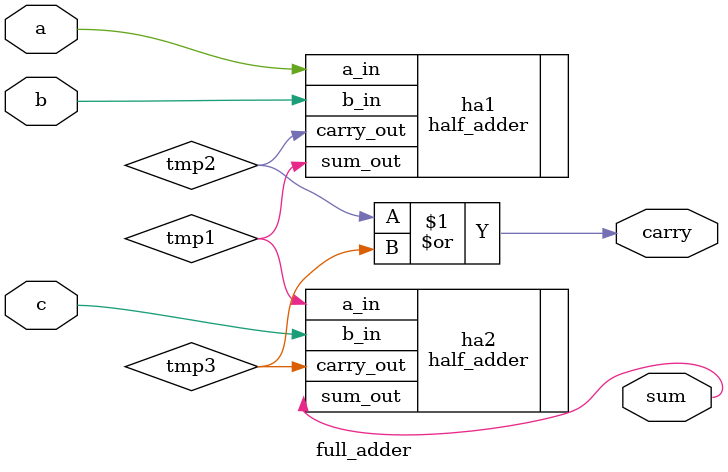
<source format=v>
module full_adder(
	input wire a,
	input wire b,
	input wire c,
	output wire sum,
	output wire carry
);
wire tmp1, tmp2, tmp3;

half_adder ha1(
	.a_in(a),
	.b_in(b),
	.sum_out(tmp1),
	.carry_out(tmp2)
);

half_adder ha2(
	.a_in(tmp1),
	.b_in(c),
	.sum_out(sum),
	.carry_out(tmp3)
);

assign carry=tmp2 | tmp3;
endmodule

</source>
